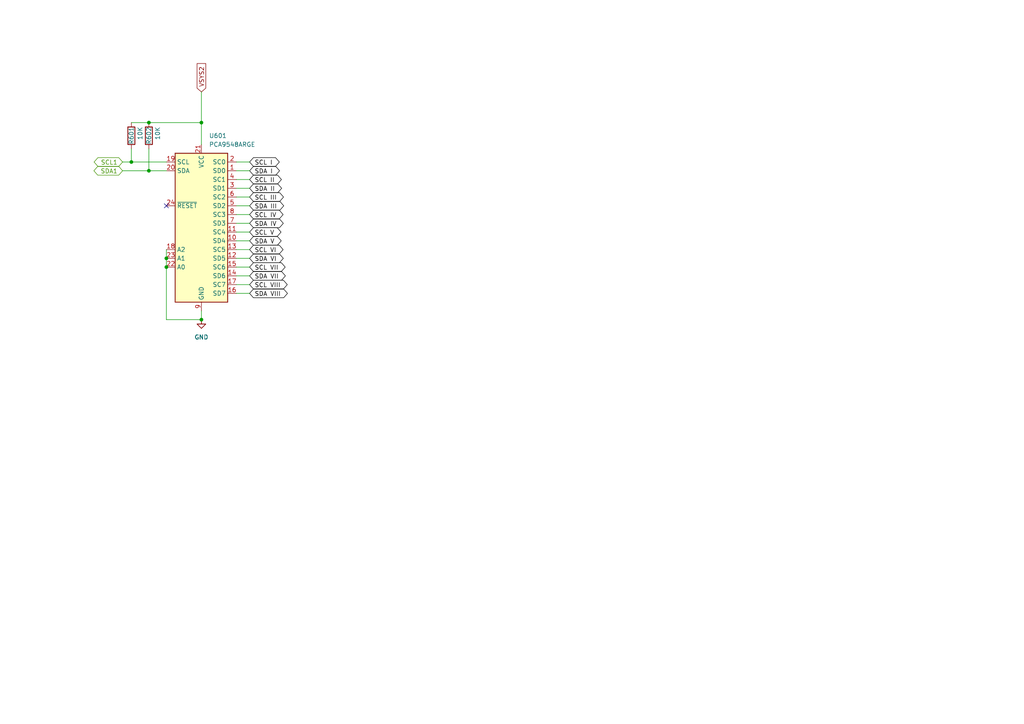
<source format=kicad_sch>
(kicad_sch
	(version 20231120)
	(generator "eeschema")
	(generator_version "8.0")
	(uuid "00a68511-4408-44e1-99cd-5b7fc1adcf4f")
	(paper "A4")
	(lib_symbols
		(symbol "Device:R"
			(pin_numbers hide)
			(pin_names
				(offset 0)
			)
			(exclude_from_sim no)
			(in_bom yes)
			(on_board yes)
			(property "Reference" "R"
				(at 2.032 0 90)
				(effects
					(font
						(size 1.27 1.27)
					)
				)
			)
			(property "Value" "R"
				(at 0 0 90)
				(effects
					(font
						(size 1.27 1.27)
					)
				)
			)
			(property "Footprint" ""
				(at -1.778 0 90)
				(effects
					(font
						(size 1.27 1.27)
					)
					(hide yes)
				)
			)
			(property "Datasheet" "~"
				(at 0 0 0)
				(effects
					(font
						(size 1.27 1.27)
					)
					(hide yes)
				)
			)
			(property "Description" "Resistor"
				(at 0 0 0)
				(effects
					(font
						(size 1.27 1.27)
					)
					(hide yes)
				)
			)
			(property "ki_keywords" "R res resistor"
				(at 0 0 0)
				(effects
					(font
						(size 1.27 1.27)
					)
					(hide yes)
				)
			)
			(property "ki_fp_filters" "R_*"
				(at 0 0 0)
				(effects
					(font
						(size 1.27 1.27)
					)
					(hide yes)
				)
			)
			(symbol "R_0_1"
				(rectangle
					(start -1.016 -2.54)
					(end 1.016 2.54)
					(stroke
						(width 0.254)
						(type default)
					)
					(fill
						(type none)
					)
				)
			)
			(symbol "R_1_1"
				(pin passive line
					(at 0 3.81 270)
					(length 1.27)
					(name "~"
						(effects
							(font
								(size 1.27 1.27)
							)
						)
					)
					(number "1"
						(effects
							(font
								(size 1.27 1.27)
							)
						)
					)
				)
				(pin passive line
					(at 0 -3.81 90)
					(length 1.27)
					(name "~"
						(effects
							(font
								(size 1.27 1.27)
							)
						)
					)
					(number "2"
						(effects
							(font
								(size 1.27 1.27)
							)
						)
					)
				)
			)
		)
		(symbol "Interface_Expansion:PCA9548ARGE"
			(exclude_from_sim no)
			(in_bom yes)
			(on_board yes)
			(property "Reference" "U"
				(at -7.62 21.59 0)
				(effects
					(font
						(size 1.27 1.27)
					)
					(justify left)
				)
			)
			(property "Value" "PCA9548ARGE"
				(at 1.016 21.59 0)
				(effects
					(font
						(size 1.27 1.27)
					)
					(justify left)
				)
			)
			(property "Footprint" "Package_DFN_QFN:Texas_RGE0024C_VQFN-24-1EP_4x4mm_P0.5mm_EP2.1x2.1mm"
				(at 0 -25.4 0)
				(effects
					(font
						(size 1.27 1.27)
					)
					(hide yes)
				)
			)
			(property "Datasheet" "http://www.ti.com/lit/ds/symlink/pca9548a.pdf"
				(at 1.27 6.35 0)
				(effects
					(font
						(size 1.27 1.27)
					)
					(hide yes)
				)
			)
			(property "Description" "Low voltage 8-channel I2C switch with reset, VQFN-24"
				(at 0 0 0)
				(effects
					(font
						(size 1.27 1.27)
					)
					(hide yes)
				)
			)
			(property "ki_keywords" "Low voltage 8-channel I2C switch with reset"
				(at 0 0 0)
				(effects
					(font
						(size 1.27 1.27)
					)
					(hide yes)
				)
			)
			(property "ki_fp_filters" "Texas*RGE0024C*"
				(at 0 0 0)
				(effects
					(font
						(size 1.27 1.27)
					)
					(hide yes)
				)
			)
			(symbol "PCA9548ARGE_0_1"
				(rectangle
					(start -7.62 20.32)
					(end 7.62 -22.86)
					(stroke
						(width 0.254)
						(type default)
					)
					(fill
						(type background)
					)
				)
			)
			(symbol "PCA9548ARGE_1_1"
				(pin bidirectional line
					(at 10.16 15.24 180)
					(length 2.54)
					(name "SD0"
						(effects
							(font
								(size 1.27 1.27)
							)
						)
					)
					(number "1"
						(effects
							(font
								(size 1.27 1.27)
							)
						)
					)
				)
				(pin bidirectional line
					(at 10.16 -5.08 180)
					(length 2.54)
					(name "SD4"
						(effects
							(font
								(size 1.27 1.27)
							)
						)
					)
					(number "10"
						(effects
							(font
								(size 1.27 1.27)
							)
						)
					)
				)
				(pin output line
					(at 10.16 -2.54 180)
					(length 2.54)
					(name "SC4"
						(effects
							(font
								(size 1.27 1.27)
							)
						)
					)
					(number "11"
						(effects
							(font
								(size 1.27 1.27)
							)
						)
					)
				)
				(pin bidirectional line
					(at 10.16 -10.16 180)
					(length 2.54)
					(name "SD5"
						(effects
							(font
								(size 1.27 1.27)
							)
						)
					)
					(number "12"
						(effects
							(font
								(size 1.27 1.27)
							)
						)
					)
				)
				(pin output line
					(at 10.16 -7.62 180)
					(length 2.54)
					(name "SC5"
						(effects
							(font
								(size 1.27 1.27)
							)
						)
					)
					(number "13"
						(effects
							(font
								(size 1.27 1.27)
							)
						)
					)
				)
				(pin bidirectional line
					(at 10.16 -15.24 180)
					(length 2.54)
					(name "SD6"
						(effects
							(font
								(size 1.27 1.27)
							)
						)
					)
					(number "14"
						(effects
							(font
								(size 1.27 1.27)
							)
						)
					)
				)
				(pin output line
					(at 10.16 -12.7 180)
					(length 2.54)
					(name "SC6"
						(effects
							(font
								(size 1.27 1.27)
							)
						)
					)
					(number "15"
						(effects
							(font
								(size 1.27 1.27)
							)
						)
					)
				)
				(pin bidirectional line
					(at 10.16 -20.32 180)
					(length 2.54)
					(name "SD7"
						(effects
							(font
								(size 1.27 1.27)
							)
						)
					)
					(number "16"
						(effects
							(font
								(size 1.27 1.27)
							)
						)
					)
				)
				(pin output line
					(at 10.16 -17.78 180)
					(length 2.54)
					(name "SC7"
						(effects
							(font
								(size 1.27 1.27)
							)
						)
					)
					(number "17"
						(effects
							(font
								(size 1.27 1.27)
							)
						)
					)
				)
				(pin input line
					(at -10.16 -7.62 0)
					(length 2.54)
					(name "A2"
						(effects
							(font
								(size 1.27 1.27)
							)
						)
					)
					(number "18"
						(effects
							(font
								(size 1.27 1.27)
							)
						)
					)
				)
				(pin input line
					(at -10.16 17.78 0)
					(length 2.54)
					(name "SCL"
						(effects
							(font
								(size 1.27 1.27)
							)
						)
					)
					(number "19"
						(effects
							(font
								(size 1.27 1.27)
							)
						)
					)
				)
				(pin output line
					(at 10.16 17.78 180)
					(length 2.54)
					(name "SC0"
						(effects
							(font
								(size 1.27 1.27)
							)
						)
					)
					(number "2"
						(effects
							(font
								(size 1.27 1.27)
							)
						)
					)
				)
				(pin bidirectional line
					(at -10.16 15.24 0)
					(length 2.54)
					(name "SDA"
						(effects
							(font
								(size 1.27 1.27)
							)
						)
					)
					(number "20"
						(effects
							(font
								(size 1.27 1.27)
							)
						)
					)
				)
				(pin power_in line
					(at 0 22.86 270)
					(length 2.54)
					(name "VCC"
						(effects
							(font
								(size 1.27 1.27)
							)
						)
					)
					(number "21"
						(effects
							(font
								(size 1.27 1.27)
							)
						)
					)
				)
				(pin input line
					(at -10.16 -12.7 0)
					(length 2.54)
					(name "A0"
						(effects
							(font
								(size 1.27 1.27)
							)
						)
					)
					(number "22"
						(effects
							(font
								(size 1.27 1.27)
							)
						)
					)
				)
				(pin input line
					(at -10.16 -10.16 0)
					(length 2.54)
					(name "A1"
						(effects
							(font
								(size 1.27 1.27)
							)
						)
					)
					(number "23"
						(effects
							(font
								(size 1.27 1.27)
							)
						)
					)
				)
				(pin input line
					(at -10.16 5.08 0)
					(length 2.54)
					(name "~{RESET}"
						(effects
							(font
								(size 1.27 1.27)
							)
						)
					)
					(number "24"
						(effects
							(font
								(size 1.27 1.27)
							)
						)
					)
				)
				(pin no_connect line
					(at -7.62 -15.24 0)
					(length 2.54) hide
					(name "1EP"
						(effects
							(font
								(size 1.27 1.27)
							)
						)
					)
					(number "25"
						(effects
							(font
								(size 1.27 1.27)
							)
						)
					)
				)
				(pin bidirectional line
					(at 10.16 10.16 180)
					(length 2.54)
					(name "SD1"
						(effects
							(font
								(size 1.27 1.27)
							)
						)
					)
					(number "3"
						(effects
							(font
								(size 1.27 1.27)
							)
						)
					)
				)
				(pin output line
					(at 10.16 12.7 180)
					(length 2.54)
					(name "SC1"
						(effects
							(font
								(size 1.27 1.27)
							)
						)
					)
					(number "4"
						(effects
							(font
								(size 1.27 1.27)
							)
						)
					)
				)
				(pin bidirectional line
					(at 10.16 5.08 180)
					(length 2.54)
					(name "SD2"
						(effects
							(font
								(size 1.27 1.27)
							)
						)
					)
					(number "5"
						(effects
							(font
								(size 1.27 1.27)
							)
						)
					)
				)
				(pin output line
					(at 10.16 7.62 180)
					(length 2.54)
					(name "SC2"
						(effects
							(font
								(size 1.27 1.27)
							)
						)
					)
					(number "6"
						(effects
							(font
								(size 1.27 1.27)
							)
						)
					)
				)
				(pin bidirectional line
					(at 10.16 0 180)
					(length 2.54)
					(name "SD3"
						(effects
							(font
								(size 1.27 1.27)
							)
						)
					)
					(number "7"
						(effects
							(font
								(size 1.27 1.27)
							)
						)
					)
				)
				(pin output line
					(at 10.16 2.54 180)
					(length 2.54)
					(name "SC3"
						(effects
							(font
								(size 1.27 1.27)
							)
						)
					)
					(number "8"
						(effects
							(font
								(size 1.27 1.27)
							)
						)
					)
				)
				(pin power_in line
					(at 0 -25.4 90)
					(length 2.54)
					(name "GND"
						(effects
							(font
								(size 1.27 1.27)
							)
						)
					)
					(number "9"
						(effects
							(font
								(size 1.27 1.27)
							)
						)
					)
				)
			)
		)
		(symbol "power:GND"
			(power)
			(pin_numbers hide)
			(pin_names
				(offset 0) hide)
			(exclude_from_sim no)
			(in_bom yes)
			(on_board yes)
			(property "Reference" "#PWR"
				(at 0 -6.35 0)
				(effects
					(font
						(size 1.27 1.27)
					)
					(hide yes)
				)
			)
			(property "Value" "GND"
				(at 0 -3.81 0)
				(effects
					(font
						(size 1.27 1.27)
					)
				)
			)
			(property "Footprint" ""
				(at 0 0 0)
				(effects
					(font
						(size 1.27 1.27)
					)
					(hide yes)
				)
			)
			(property "Datasheet" ""
				(at 0 0 0)
				(effects
					(font
						(size 1.27 1.27)
					)
					(hide yes)
				)
			)
			(property "Description" "Power symbol creates a global label with name \"GND\" , ground"
				(at 0 0 0)
				(effects
					(font
						(size 1.27 1.27)
					)
					(hide yes)
				)
			)
			(property "ki_keywords" "global power"
				(at 0 0 0)
				(effects
					(font
						(size 1.27 1.27)
					)
					(hide yes)
				)
			)
			(symbol "GND_0_1"
				(polyline
					(pts
						(xy 0 0) (xy 0 -1.27) (xy 1.27 -1.27) (xy 0 -2.54) (xy -1.27 -1.27) (xy 0 -1.27)
					)
					(stroke
						(width 0)
						(type default)
					)
					(fill
						(type none)
					)
				)
			)
			(symbol "GND_1_1"
				(pin power_in line
					(at 0 0 270)
					(length 0)
					(name "~"
						(effects
							(font
								(size 1.27 1.27)
							)
						)
					)
					(number "1"
						(effects
							(font
								(size 1.27 1.27)
							)
						)
					)
				)
			)
		)
	)
	(junction
		(at 48.26 74.93)
		(diameter 0)
		(color 0 0 0 0)
		(uuid "4b744de9-fff2-4ce8-b8b2-66878ac5376c")
	)
	(junction
		(at 58.42 35.56)
		(diameter 0)
		(color 0 0 0 0)
		(uuid "8573a5b0-bc5e-4592-84d9-ff1e08751bbb")
	)
	(junction
		(at 43.18 35.56)
		(diameter 0)
		(color 0 0 0 0)
		(uuid "9fe959b4-f0ef-45ba-9d11-bf28cf63be64")
	)
	(junction
		(at 58.42 92.71)
		(diameter 0)
		(color 0 0 0 0)
		(uuid "a3e39c1a-e2a7-49ad-99ec-96f796043af3")
	)
	(junction
		(at 38.1 46.99)
		(diameter 0)
		(color 0 0 0 0)
		(uuid "bd4ef22c-cf4b-45e6-97b2-d31d103e5b13")
	)
	(junction
		(at 48.26 77.47)
		(diameter 0)
		(color 0 0 0 0)
		(uuid "bec24d06-f7f4-471c-b0be-924a237731e2")
	)
	(junction
		(at 43.18 49.53)
		(diameter 0)
		(color 0 0 0 0)
		(uuid "ef6971ac-889b-4bb0-b2db-3b35eb5d7bfc")
	)
	(no_connect
		(at 48.26 59.69)
		(uuid "c8b121cd-5e76-418e-8c78-9584d6f9c389")
	)
	(wire
		(pts
			(xy 68.58 74.93) (xy 72.39 74.93)
		)
		(stroke
			(width 0)
			(type default)
		)
		(uuid "08a6f8e1-4d4a-4bcd-86ad-3af476025f59")
	)
	(wire
		(pts
			(xy 68.58 82.55) (xy 72.39 82.55)
		)
		(stroke
			(width 0)
			(type default)
		)
		(uuid "0b64c97c-e45f-40e2-b35c-6bc205f4ca6e")
	)
	(wire
		(pts
			(xy 48.26 72.39) (xy 48.26 74.93)
		)
		(stroke
			(width 0)
			(type default)
		)
		(uuid "2321b63f-6757-4529-8f26-7d566a77f00e")
	)
	(wire
		(pts
			(xy 35.56 46.99) (xy 38.1 46.99)
		)
		(stroke
			(width 0)
			(type default)
		)
		(uuid "23ca0a12-233f-4801-af73-ff2a24de8502")
	)
	(wire
		(pts
			(xy 68.58 67.31) (xy 72.39 67.31)
		)
		(stroke
			(width 0)
			(type default)
		)
		(uuid "25d00aba-6a21-41db-8bbf-859e8d694556")
	)
	(wire
		(pts
			(xy 35.56 49.53) (xy 43.18 49.53)
		)
		(stroke
			(width 0)
			(type default)
		)
		(uuid "2a2921f8-e204-4c2e-b009-72416a250964")
	)
	(wire
		(pts
			(xy 68.58 59.69) (xy 72.39 59.69)
		)
		(stroke
			(width 0)
			(type default)
		)
		(uuid "2a454886-e9b6-430a-af28-e7e4ba0af4c8")
	)
	(wire
		(pts
			(xy 68.58 49.53) (xy 72.39 49.53)
		)
		(stroke
			(width 0)
			(type default)
		)
		(uuid "2eb9a503-4406-4639-99da-f05521ca4f13")
	)
	(wire
		(pts
			(xy 68.58 85.09) (xy 72.39 85.09)
		)
		(stroke
			(width 0)
			(type default)
		)
		(uuid "3003d767-19db-4c0e-8c50-a859714a97ee")
	)
	(wire
		(pts
			(xy 48.26 74.93) (xy 48.26 77.47)
		)
		(stroke
			(width 0)
			(type default)
		)
		(uuid "33b9a21c-8216-4fc4-bfef-2d83b7e2f29c")
	)
	(wire
		(pts
			(xy 68.58 54.61) (xy 72.39 54.61)
		)
		(stroke
			(width 0)
			(type default)
		)
		(uuid "3a798b6b-0c41-4928-a576-d05c94609e6a")
	)
	(wire
		(pts
			(xy 68.58 52.07) (xy 72.39 52.07)
		)
		(stroke
			(width 0)
			(type default)
		)
		(uuid "60b649d3-c0b3-4d15-b361-292cf75e233d")
	)
	(wire
		(pts
			(xy 68.58 72.39) (xy 72.39 72.39)
		)
		(stroke
			(width 0)
			(type default)
		)
		(uuid "636788e6-ff9d-48a7-b4c4-032d3e464d09")
	)
	(wire
		(pts
			(xy 38.1 46.99) (xy 48.26 46.99)
		)
		(stroke
			(width 0)
			(type default)
		)
		(uuid "6555145d-807d-43d8-be9d-0c3abb10f052")
	)
	(wire
		(pts
			(xy 38.1 35.56) (xy 43.18 35.56)
		)
		(stroke
			(width 0)
			(type default)
		)
		(uuid "770d2151-e6e7-49ad-bc9b-2a57c21c34d0")
	)
	(wire
		(pts
			(xy 58.42 35.56) (xy 58.42 41.91)
		)
		(stroke
			(width 0)
			(type default)
		)
		(uuid "7b16080f-8596-47a6-a6b5-0a85b9aabcaf")
	)
	(wire
		(pts
			(xy 48.26 77.47) (xy 48.26 92.71)
		)
		(stroke
			(width 0)
			(type default)
		)
		(uuid "831a6697-9b2e-4cd0-a9b4-4263f62935cc")
	)
	(wire
		(pts
			(xy 43.18 35.56) (xy 58.42 35.56)
		)
		(stroke
			(width 0)
			(type default)
		)
		(uuid "88bfe566-5dee-4d9b-b25d-94aebf8c64bb")
	)
	(wire
		(pts
			(xy 68.58 80.01) (xy 72.39 80.01)
		)
		(stroke
			(width 0)
			(type default)
		)
		(uuid "8cf302d1-bb5d-44fc-a37b-5a026c753dd2")
	)
	(wire
		(pts
			(xy 68.58 69.85) (xy 72.39 69.85)
		)
		(stroke
			(width 0)
			(type default)
		)
		(uuid "9442a2f4-61a3-4a79-bc60-37d615142df6")
	)
	(wire
		(pts
			(xy 68.58 62.23) (xy 72.39 62.23)
		)
		(stroke
			(width 0)
			(type default)
		)
		(uuid "953db48c-9f08-4890-add7-ece19890e9d4")
	)
	(wire
		(pts
			(xy 68.58 57.15) (xy 72.39 57.15)
		)
		(stroke
			(width 0)
			(type default)
		)
		(uuid "9994158c-bd93-45ed-8f1a-d6bdae8ecd2b")
	)
	(wire
		(pts
			(xy 68.58 77.47) (xy 72.39 77.47)
		)
		(stroke
			(width 0)
			(type default)
		)
		(uuid "9a18e743-e5df-4e02-91ed-aaca1aca76ef")
	)
	(wire
		(pts
			(xy 68.58 46.99) (xy 72.39 46.99)
		)
		(stroke
			(width 0)
			(type default)
		)
		(uuid "a07b36d9-7636-45d4-9927-1509bca39ee8")
	)
	(wire
		(pts
			(xy 68.58 64.77) (xy 72.39 64.77)
		)
		(stroke
			(width 0)
			(type default)
		)
		(uuid "b42f013e-6dd6-4a6e-8d01-3487a24795e7")
	)
	(wire
		(pts
			(xy 43.18 43.18) (xy 43.18 49.53)
		)
		(stroke
			(width 0)
			(type default)
		)
		(uuid "b7028979-28fb-4f25-b629-367dfd4013e8")
	)
	(wire
		(pts
			(xy 38.1 43.18) (xy 38.1 46.99)
		)
		(stroke
			(width 0)
			(type default)
		)
		(uuid "b97da3b1-59f3-41d2-8517-1a246a46cfbe")
	)
	(wire
		(pts
			(xy 58.42 26.67) (xy 58.42 35.56)
		)
		(stroke
			(width 0)
			(type default)
		)
		(uuid "be405ce1-c0c1-45e0-bb58-5f6745591ea2")
	)
	(wire
		(pts
			(xy 43.18 49.53) (xy 48.26 49.53)
		)
		(stroke
			(width 0)
			(type default)
		)
		(uuid "e6e66689-3da9-443c-8edf-40f3c6eff42e")
	)
	(wire
		(pts
			(xy 48.26 92.71) (xy 58.42 92.71)
		)
		(stroke
			(width 0)
			(type default)
		)
		(uuid "f57c84c0-fb0f-4f46-a16b-e92058ea7543")
	)
	(wire
		(pts
			(xy 58.42 90.17) (xy 58.42 92.71)
		)
		(stroke
			(width 0)
			(type default)
		)
		(uuid "f6929f68-626f-4960-8c8c-616032601410")
	)
	(global_label "SDA III"
		(shape bidirectional)
		(at 72.39 59.69 0)
		(fields_autoplaced yes)
		(effects
			(font
				(size 1.27 1.27)
				(color 0 0 0 1)
			)
			(justify left)
		)
		(uuid "14269a6d-18d3-4ba7-9ba9-3257a780062c")
		(property "Intersheetrefs" "${INTERSHEET_REFS}"
			(at 82.8366 59.69 0)
			(effects
				(font
					(size 1.27 1.27)
				)
				(justify left)
				(hide yes)
			)
		)
	)
	(global_label "SCL IV"
		(shape bidirectional)
		(at 72.39 62.23 0)
		(fields_autoplaced yes)
		(effects
			(font
				(size 1.27 1.27)
				(color 0 0 0 1)
			)
			(justify left)
		)
		(uuid "14b3a75b-86b6-42c8-a3b9-3b16e669b7e8")
		(property "Intersheetrefs" "${INTERSHEET_REFS}"
			(at 82.6551 62.23 0)
			(effects
				(font
					(size 1.27 1.27)
				)
				(justify left)
				(hide yes)
			)
		)
	)
	(global_label "SCL II"
		(shape bidirectional)
		(at 72.39 52.07 0)
		(fields_autoplaced yes)
		(effects
			(font
				(size 1.27 1.27)
				(color 0 0 0 1)
			)
			(justify left)
		)
		(uuid "1c87761c-0546-441a-b484-f3902871545c")
		(property "Intersheetrefs" "${INTERSHEET_REFS}"
			(at 82.1713 52.07 0)
			(effects
				(font
					(size 1.27 1.27)
				)
				(justify left)
				(hide yes)
			)
		)
	)
	(global_label "SDA II"
		(shape bidirectional)
		(at 72.39 54.61 0)
		(fields_autoplaced yes)
		(effects
			(font
				(size 1.27 1.27)
				(color 0 0 0 1)
			)
			(justify left)
		)
		(uuid "2c9db2bc-2f27-4d0f-9e6b-bdfc4b685abc")
		(property "Intersheetrefs" "${INTERSHEET_REFS}"
			(at 82.2318 54.61 0)
			(effects
				(font
					(size 1.27 1.27)
				)
				(justify left)
				(hide yes)
			)
		)
	)
	(global_label "SDA VIII"
		(shape bidirectional)
		(at 72.39 85.09 0)
		(fields_autoplaced yes)
		(effects
			(font
				(size 1.27 1.27)
				(color 0 0 0 1)
			)
			(justify left)
		)
		(uuid "3666e6dc-a614-49bb-b2c8-926684b61e9f")
		(property "Intersheetrefs" "${INTERSHEET_REFS}"
			(at 83.9252 85.09 0)
			(effects
				(font
					(size 1.27 1.27)
				)
				(justify left)
				(hide yes)
			)
		)
	)
	(global_label "SDA IV"
		(shape bidirectional)
		(at 72.39 64.77 0)
		(fields_autoplaced yes)
		(effects
			(font
				(size 1.27 1.27)
				(color 0 0 0 1)
			)
			(justify left)
		)
		(uuid "4fbe32e5-54bc-4cd6-ae9b-38be102e2e98")
		(property "Intersheetrefs" "${INTERSHEET_REFS}"
			(at 82.7156 64.77 0)
			(effects
				(font
					(size 1.27 1.27)
				)
				(justify left)
				(hide yes)
			)
		)
	)
	(global_label "SCL VII"
		(shape bidirectional)
		(at 72.39 77.47 0)
		(fields_autoplaced yes)
		(effects
			(font
				(size 1.27 1.27)
				(color 0 0 0 1)
			)
			(justify left)
		)
		(uuid "93743b2e-d6b9-4bc3-9865-aadfccc87bdd")
		(property "Intersheetrefs" "${INTERSHEET_REFS}"
			(at 83.2599 77.47 0)
			(effects
				(font
					(size 1.27 1.27)
				)
				(justify left)
				(hide yes)
			)
		)
	)
	(global_label "SCL I"
		(shape bidirectional)
		(at 72.39 46.99 0)
		(fields_autoplaced yes)
		(effects
			(font
				(size 1.27 1.27)
				(color 0 0 0 1)
			)
			(justify left)
		)
		(uuid "98d1672e-f840-40e0-80e4-1bf1bc44201b")
		(property "Intersheetrefs" "${INTERSHEET_REFS}"
			(at 80.4552 46.99 0)
			(effects
				(font
					(size 1.27 1.27)
				)
				(justify left)
				(hide yes)
			)
		)
	)
	(global_label "SCL V"
		(shape bidirectional)
		(at 72.39 67.31 0)
		(fields_autoplaced yes)
		(effects
			(font
				(size 1.27 1.27)
				(color 0 0 0 1)
			)
			(justify left)
		)
		(uuid "9a5139e6-06c3-4ffa-90b0-30da9a5edb1d")
		(property "Intersheetrefs" "${INTERSHEET_REFS}"
			(at 82.0503 67.31 0)
			(effects
				(font
					(size 1.27 1.27)
				)
				(justify left)
				(hide yes)
			)
		)
	)
	(global_label "SDA V"
		(shape bidirectional)
		(at 72.39 69.85 0)
		(fields_autoplaced yes)
		(effects
			(font
				(size 1.27 1.27)
				(color 0 0 0 1)
			)
			(justify left)
		)
		(uuid "a2b8e5f7-5b9e-4c71-a29b-ec8bbdd6b678")
		(property "Intersheetrefs" "${INTERSHEET_REFS}"
			(at 82.1108 69.85 0)
			(effects
				(font
					(size 1.27 1.27)
				)
				(justify left)
				(hide yes)
			)
		)
	)
	(global_label "SCL1"
		(shape bidirectional)
		(at 35.56 46.99 180)
		(effects
			(font
				(size 1.27 1.27)
				(color 64 145 0 1)
			)
			(justify right)
		)
		(uuid "b870f0c6-2b0f-4da5-be8d-89dd3572ee1f")
		(property "Intersheetrefs" "${INTERSHEET_REFS}"
			(at 35.56 46.99 0)
			(effects
				(font
					(size 1.27 1.27)
				)
				(hide yes)
			)
		)
	)
	(global_label "SDA1"
		(shape bidirectional)
		(at 35.56 49.53 180)
		(effects
			(font
				(size 1.27 1.27)
				(color 64 145 0 1)
			)
			(justify right)
		)
		(uuid "c029ae15-a272-4896-beb1-aa172eb9b7f6")
		(property "Intersheetrefs" "${INTERSHEET_REFS}"
			(at 35.56 49.53 0)
			(effects
				(font
					(size 1.27 1.27)
				)
				(hide yes)
			)
		)
	)
	(global_label "SDA VII"
		(shape bidirectional)
		(at 72.39 80.01 0)
		(fields_autoplaced yes)
		(effects
			(font
				(size 1.27 1.27)
				(color 0 0 0 1)
			)
			(justify left)
		)
		(uuid "ce5f20ad-4105-4e4c-99be-a04d9cf7450e")
		(property "Intersheetrefs" "${INTERSHEET_REFS}"
			(at 83.3204 80.01 0)
			(effects
				(font
					(size 1.27 1.27)
				)
				(justify left)
				(hide yes)
			)
		)
	)
	(global_label "SCL VIII"
		(shape bidirectional)
		(at 72.39 82.55 0)
		(fields_autoplaced yes)
		(effects
			(font
				(size 1.27 1.27)
				(color 0 0 0 1)
			)
			(justify left)
		)
		(uuid "d43c2b26-d6f2-4168-a576-5bdcb711d6fe")
		(property "Intersheetrefs" "${INTERSHEET_REFS}"
			(at 83.8647 82.55 0)
			(effects
				(font
					(size 1.27 1.27)
				)
				(justify left)
				(hide yes)
			)
		)
	)
	(global_label "VSYS2"
		(shape input)
		(at 58.42 26.67 90)
		(fields_autoplaced yes)
		(effects
			(font
				(size 1.27 1.27)
			)
			(justify left)
		)
		(uuid "db135da2-fc1e-43c5-addd-18a293a165fb")
		(property "Intersheetrefs" "${INTERSHEET_REFS}"
			(at 58.42 17.8791 90)
			(effects
				(font
					(size 1.27 1.27)
				)
				(justify left)
				(hide yes)
			)
		)
	)
	(global_label "SDA I"
		(shape bidirectional)
		(at 72.39 49.53 0)
		(fields_autoplaced yes)
		(effects
			(font
				(size 1.27 1.27)
				(color 0 0 0 1)
			)
			(justify left)
		)
		(uuid "e385e19e-c9fb-4b68-827b-7d02036d6249")
		(property "Intersheetrefs" "${INTERSHEET_REFS}"
			(at 81.627 49.53 0)
			(effects
				(font
					(size 1.27 1.27)
				)
				(justify left)
				(hide yes)
			)
		)
	)
	(global_label "SCL III"
		(shape bidirectional)
		(at 72.39 57.15 0)
		(fields_autoplaced yes)
		(effects
			(font
				(size 1.27 1.27)
				(color 0 0 0 1)
			)
			(justify left)
		)
		(uuid "f29538fd-8c1c-4370-9a84-e9e0943cfd18")
		(property "Intersheetrefs" "${INTERSHEET_REFS}"
			(at 82.7761 57.15 0)
			(effects
				(font
					(size 1.27 1.27)
				)
				(justify left)
				(hide yes)
			)
		)
	)
	(global_label "SDA VI"
		(shape bidirectional)
		(at 72.39 74.93 0)
		(fields_autoplaced yes)
		(effects
			(font
				(size 1.27 1.27)
				(color 0 0 0 1)
			)
			(justify left)
		)
		(uuid "f402a1f3-8a7d-48fb-af08-ee70731cb485")
		(property "Intersheetrefs" "${INTERSHEET_REFS}"
			(at 82.7156 74.93 0)
			(effects
				(font
					(size 1.27 1.27)
				)
				(justify left)
				(hide yes)
			)
		)
	)
	(global_label "SCL VI"
		(shape bidirectional)
		(at 72.39 72.39 0)
		(fields_autoplaced yes)
		(effects
			(font
				(size 1.27 1.27)
				(color 0 0 0 1)
			)
			(justify left)
		)
		(uuid "fca36d25-deef-4aed-8ed1-20a706a1cf60")
		(property "Intersheetrefs" "${INTERSHEET_REFS}"
			(at 82.6551 72.39 0)
			(effects
				(font
					(size 1.27 1.27)
				)
				(justify left)
				(hide yes)
			)
		)
	)
	(symbol
		(lib_id "Interface_Expansion:PCA9548ARGE")
		(at 58.42 64.77 0)
		(unit 1)
		(exclude_from_sim no)
		(in_bom yes)
		(on_board yes)
		(dnp no)
		(fields_autoplaced yes)
		(uuid "1615b0c8-955c-481d-aa54-6125dbb690e5")
		(property "Reference" "U601"
			(at 60.6141 39.37 0)
			(effects
				(font
					(size 1.27 1.27)
				)
				(justify left)
			)
		)
		(property "Value" "PCA9548ARGE"
			(at 60.6141 41.91 0)
			(effects
				(font
					(size 1.27 1.27)
				)
				(justify left)
			)
		)
		(property "Footprint" "Package_DFN_QFN:Texas_RGE0024C_VQFN-24-1EP_4x4mm_P0.5mm_EP2.1x2.1mm"
			(at 58.42 90.17 0)
			(effects
				(font
					(size 1.27 1.27)
				)
				(hide yes)
			)
		)
		(property "Datasheet" "http://www.ti.com/lit/ds/symlink/pca9548a.pdf"
			(at 59.69 58.42 0)
			(effects
				(font
					(size 1.27 1.27)
				)
				(hide yes)
			)
		)
		(property "Description" "Low voltage 8-channel I2C switch with reset, VQFN-24"
			(at 58.42 64.77 0)
			(effects
				(font
					(size 1.27 1.27)
				)
				(hide yes)
			)
		)
		(pin "21"
			(uuid "cdaef63b-9556-482c-95bc-a8a207e702d8")
		)
		(pin "15"
			(uuid "ba9d664f-b10e-4343-8af3-af9c3147129c")
		)
		(pin "13"
			(uuid "4aa8c37b-9f18-4dda-bd8f-6c13a2141aba")
		)
		(pin "3"
			(uuid "274acd67-7376-450f-a8d8-efd70bce4743")
		)
		(pin "16"
			(uuid "b6a86411-b8d9-44b8-b5b5-f551aef093c4")
		)
		(pin "14"
			(uuid "4c141c20-8258-4881-9a1c-558d869d1e4c")
		)
		(pin "19"
			(uuid "203fe1e0-2e1a-4bf8-ac58-cbc2d422e81c")
		)
		(pin "8"
			(uuid "c85c3dd3-0c9b-47a9-832f-fccbbf0e6870")
		)
		(pin "11"
			(uuid "d3286420-3c06-4c9f-9e23-08cb93b5b2fb")
		)
		(pin "23"
			(uuid "365012c3-ee64-4a06-a143-0ff5f2720678")
		)
		(pin "1"
			(uuid "7fb9fdd4-34d8-495e-9767-e01559e08f3b")
		)
		(pin "12"
			(uuid "c6b4afe6-3b18-4a29-9905-a35a0c517cf3")
		)
		(pin "10"
			(uuid "145eb10e-d321-4f98-b214-20bbeb4166f1")
		)
		(pin "17"
			(uuid "3a5635d9-a79b-472e-8d56-965a18cc3349")
		)
		(pin "2"
			(uuid "ab2953cb-ae51-4b47-a4bb-d30a91e009cb")
		)
		(pin "18"
			(uuid "6c9e59e4-d3de-4d1b-a75c-0ac26a6645fc")
		)
		(pin "24"
			(uuid "73614dbd-c423-4946-b460-5ad118708d46")
		)
		(pin "25"
			(uuid "e170050c-6416-42df-9e2d-bfe387932b8d")
		)
		(pin "20"
			(uuid "68af3b8c-7c73-43fb-b456-c7973a6a9ca9")
		)
		(pin "5"
			(uuid "3d6e803e-430d-46b9-885b-40f4cded4556")
		)
		(pin "4"
			(uuid "71b95119-7c32-4b67-a9fe-d53db3ce4795")
		)
		(pin "7"
			(uuid "ca38e155-fe35-47f9-ac4c-9101c078020b")
		)
		(pin "6"
			(uuid "9157b513-d137-4cc7-a44f-1847a5bb8114")
		)
		(pin "22"
			(uuid "beff53d7-6a65-4dbb-98ec-99a2860f2e6f")
		)
		(pin "9"
			(uuid "cac074c5-42c2-4abe-95a1-6d18d5565040")
		)
		(instances
			(project ""
				(path "/63d8ebc3-d81d-4869-925f-b28ad884a523/8a65ced2-6c74-4da7-a404-c238d079fe7e"
					(reference "U601")
					(unit 1)
				)
			)
		)
	)
	(symbol
		(lib_id "Device:R")
		(at 43.18 39.37 0)
		(unit 1)
		(exclude_from_sim no)
		(in_bom yes)
		(on_board yes)
		(dnp no)
		(uuid "39c5da27-4413-4998-ba75-999f56349afc")
		(property "Reference" "R602"
			(at 43.18 41.91 90)
			(effects
				(font
					(size 1.27 1.27)
				)
				(justify left)
			)
		)
		(property "Value" "10K"
			(at 45.72 40.6399 90)
			(effects
				(font
					(size 1.27 1.27)
				)
				(justify left)
			)
		)
		(property "Footprint" "Resistor_SMD:R_0402_1005Metric"
			(at 41.402 39.37 90)
			(effects
				(font
					(size 1.27 1.27)
				)
				(hide yes)
			)
		)
		(property "Datasheet" "~"
			(at 43.18 39.37 0)
			(effects
				(font
					(size 1.27 1.27)
				)
				(hide yes)
			)
		)
		(property "Description" "Resistor"
			(at 43.18 39.37 0)
			(effects
				(font
					(size 1.27 1.27)
				)
				(hide yes)
			)
		)
		(pin "2"
			(uuid "9b785208-3938-474f-b3e6-eed6cf67b290")
		)
		(pin "1"
			(uuid "d4e4bc76-26c2-48b1-8b33-e3f228ade275")
		)
		(instances
			(project ""
				(path "/63d8ebc3-d81d-4869-925f-b28ad884a523/8a65ced2-6c74-4da7-a404-c238d079fe7e"
					(reference "R602")
					(unit 1)
				)
			)
		)
	)
	(symbol
		(lib_id "power:GND")
		(at 58.42 92.71 0)
		(unit 1)
		(exclude_from_sim no)
		(in_bom yes)
		(on_board yes)
		(dnp no)
		(fields_autoplaced yes)
		(uuid "5aa70c13-d7a8-412b-b53d-5b55c5b87255")
		(property "Reference" "#PWR0502"
			(at 58.42 99.06 0)
			(effects
				(font
					(size 1.27 1.27)
				)
				(hide yes)
			)
		)
		(property "Value" "GND"
			(at 58.42 97.79 0)
			(effects
				(font
					(size 1.27 1.27)
				)
			)
		)
		(property "Footprint" ""
			(at 58.42 92.71 0)
			(effects
				(font
					(size 1.27 1.27)
				)
				(hide yes)
			)
		)
		(property "Datasheet" ""
			(at 58.42 92.71 0)
			(effects
				(font
					(size 1.27 1.27)
				)
				(hide yes)
			)
		)
		(property "Description" "Power symbol creates a global label with name \"GND\" , ground"
			(at 58.42 92.71 0)
			(effects
				(font
					(size 1.27 1.27)
				)
				(hide yes)
			)
		)
		(pin "1"
			(uuid "3d23beeb-bce7-4446-a48f-a40d4dc1f773")
		)
		(instances
			(project ""
				(path "/63d8ebc3-d81d-4869-925f-b28ad884a523/8a65ced2-6c74-4da7-a404-c238d079fe7e"
					(reference "#PWR0502")
					(unit 1)
				)
			)
		)
	)
	(symbol
		(lib_id "power:GND")
		(at 58.42 92.71 0)
		(unit 1)
		(exclude_from_sim no)
		(in_bom yes)
		(on_board yes)
		(dnp no)
		(fields_autoplaced yes)
		(uuid "75b99aad-0775-47c6-97a8-f0b1449150fb")
		(property "Reference" "#PWR0501"
			(at 58.42 99.06 0)
			(effects
				(font
					(size 1.27 1.27)
				)
				(hide yes)
			)
		)
		(property "Value" "GND"
			(at 58.42 97.79 0)
			(effects
				(font
					(size 1.27 1.27)
				)
			)
		)
		(property "Footprint" ""
			(at 58.42 92.71 0)
			(effects
				(font
					(size 1.27 1.27)
				)
				(hide yes)
			)
		)
		(property "Datasheet" ""
			(at 58.42 92.71 0)
			(effects
				(font
					(size 1.27 1.27)
				)
				(hide yes)
			)
		)
		(property "Description" "Power symbol creates a global label with name \"GND\" , ground"
			(at 58.42 92.71 0)
			(effects
				(font
					(size 1.27 1.27)
				)
				(hide yes)
			)
		)
		(pin "1"
			(uuid "3d23beeb-bce7-4446-a48f-a40d4dc1f774")
		)
		(instances
			(project ""
				(path "/63d8ebc3-d81d-4869-925f-b28ad884a523/8a65ced2-6c74-4da7-a404-c238d079fe7e"
					(reference "#PWR0501")
					(unit 1)
				)
			)
		)
	)
	(symbol
		(lib_id "Device:R")
		(at 38.1 39.37 0)
		(unit 1)
		(exclude_from_sim no)
		(in_bom yes)
		(on_board yes)
		(dnp no)
		(uuid "d0ac08bf-dbba-4b1b-b304-4f6f8ef63afb")
		(property "Reference" "R601"
			(at 38.1 41.91 90)
			(effects
				(font
					(size 1.27 1.27)
				)
				(justify left)
			)
		)
		(property "Value" "10K"
			(at 40.64 40.6399 90)
			(effects
				(font
					(size 1.27 1.27)
				)
				(justify left)
			)
		)
		(property "Footprint" "Resistor_SMD:R_0402_1005Metric"
			(at 36.322 39.37 90)
			(effects
				(font
					(size 1.27 1.27)
				)
				(hide yes)
			)
		)
		(property "Datasheet" "~"
			(at 38.1 39.37 0)
			(effects
				(font
					(size 1.27 1.27)
				)
				(hide yes)
			)
		)
		(property "Description" "Resistor"
			(at 38.1 39.37 0)
			(effects
				(font
					(size 1.27 1.27)
				)
				(hide yes)
			)
		)
		(pin "2"
			(uuid "9b785208-3938-474f-b3e6-eed6cf67b291")
		)
		(pin "1"
			(uuid "d4e4bc76-26c2-48b1-8b33-e3f228ade276")
		)
		(instances
			(project ""
				(path "/63d8ebc3-d81d-4869-925f-b28ad884a523/8a65ced2-6c74-4da7-a404-c238d079fe7e"
					(reference "R601")
					(unit 1)
				)
			)
		)
	)
)

</source>
